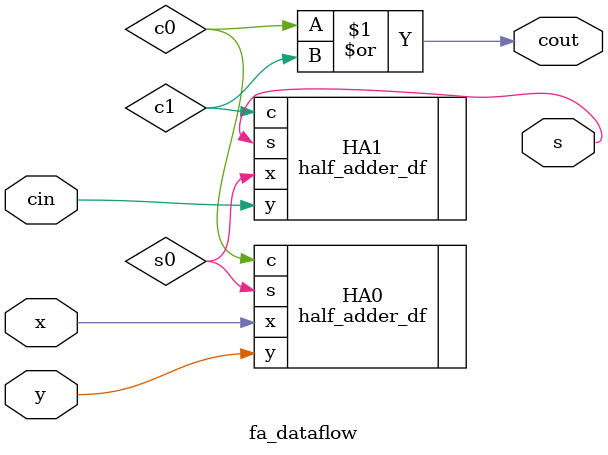
<source format=v>
  `timescale 1ns / 1ps


module fa_dataflow(
    input x, y, cin,
    output s, cout
    );
    
    wire s0, c0, c1;
    half_adder_df HA0 (
        .x(x),
        .y(y),
        .s(s0),
        .c(c0)
    );
    half_adder_df HA1 (
        .x(s0),
        .y(cin),
        .s(s),
        .c(c1)
    );
    
    assign cout = c0 | c1;
endmodule

</source>
